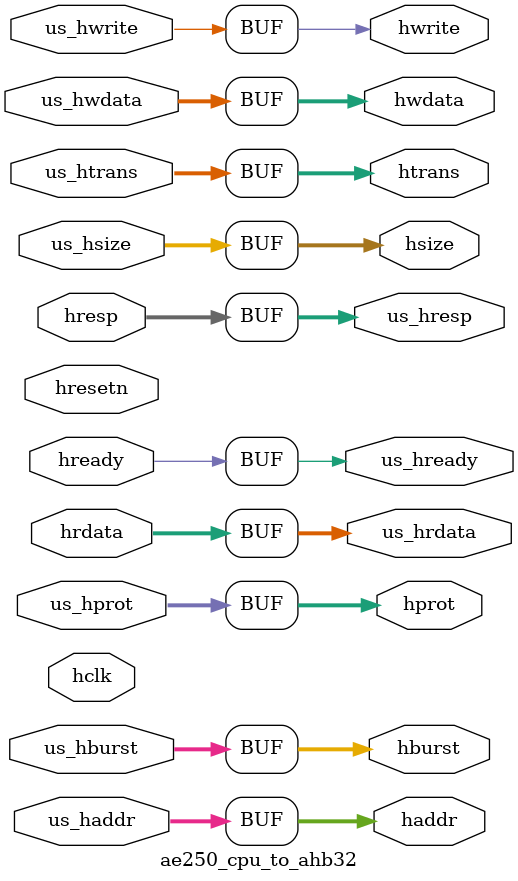
<source format=v>


module ae250_cpu_to_ahb32 (
	  haddr,
	  hburst,
	  hclk,
	  hprot,
	  hrdata,
	  hready,
	  hresetn,
	  hresp,
	  hsize,
	  htrans,
	  hwdata,
	  hwrite,
	  us_haddr,
	  us_hburst,
	  us_hprot,
	  us_hrdata,
	  us_hready,
	  us_hresp,
	  us_hsize,
	  us_htrans,
	  us_hwdata,
	  us_hwrite
);

parameter BIU_ADDR_WIDTH = 32;
parameter BIU_DATA_WIDTH = 32;

output      [BIU_ADDR_WIDTH-1:0] haddr;
output                     [2:0] hburst;
input                            hclk;
output                     [3:0] hprot;
input                     [31:0] hrdata;
input                            hready;
input                            hresetn;
input                      [1:0] hresp;
output                     [2:0] hsize;
output                     [1:0] htrans;
output                    [31:0] hwdata;
output                           hwrite;
input       [BIU_ADDR_WIDTH-1:0] us_haddr;
input                      [2:0] us_hburst;
input                      [3:0] us_hprot;
output      [BIU_DATA_WIDTH-1:0] us_hrdata;
output                           us_hready;
output                     [1:0] us_hresp;
input                      [2:0] us_hsize;
input                      [1:0] us_htrans;
input       [BIU_DATA_WIDTH-1:0] us_hwdata;
input                            us_hwrite;


generate
if (BIU_DATA_WIDTH != 64) begin	: gen_ahb32_to_ahb32
	assign haddr       = us_haddr;
	assign hburst      = us_hburst;
	assign hprot       = us_hprot;
	assign hsize       = us_hsize;
	assign hwrite      = us_hwrite;
	assign hwdata      = us_hwdata;
	assign htrans      = us_htrans;

	assign us_hrdata = hrdata;
	assign us_hresp  = hresp;
	assign us_hready = hready;
end
else begin : gen_ahb64_to_ahb32_hresp1
	assign us_hresp[1] = 1'b0;
end
endgenerate

generate
if (BIU_DATA_WIDTH == 64) begin : gen_ahb64_to_ahb32

	atcsizedn100 #(
		.ADDR_WIDTH      (BIU_ADDR_WIDTH  ),
		.DS_DATA_WIDTH   (32              ),
		.US_DATA_WIDTH   (64              ),
		.WRITE_BUFFER_SUPPORT(1'b0               )
	) atcsizedn100 (
		.hclk        (hclk       ),
		.hresetn     (hresetn    ),
		.us_haddr    (us_haddr   ),
		.us_hburst   (us_hburst  ),
		.us_hprot    (us_hprot   ),
		.us_hsel     (1'b1       ),
		.us_hrdata   (us_hrdata  ),
		.us_hready   (us_hready  ),
		.us_hreadyout(us_hready  ),
		.us_hresp    (us_hresp[0]),
		.us_hsize    (us_hsize   ),
		.us_hwdata   (us_hwdata  ),
		.us_hwrite   (us_hwrite  ),
		.us_htrans   (us_htrans  ),
		.ds_haddr    (haddr      ),
		.ds_hburst   (hburst     ),
		.ds_hprot    (hprot      ),
		.ds_hrdata   (hrdata     ),
		.ds_hready   (hready     ),
		.ds_hresp    (hresp[0]   ),
		.ds_hsize    (hsize      ),
		.ds_hwdata   (hwdata     ),
		.ds_hwrite   (hwrite     ),
		.ds_htrans   (htrans     ),
		.bufw_err    (           )
	);

end
endgenerate

endmodule

</source>
